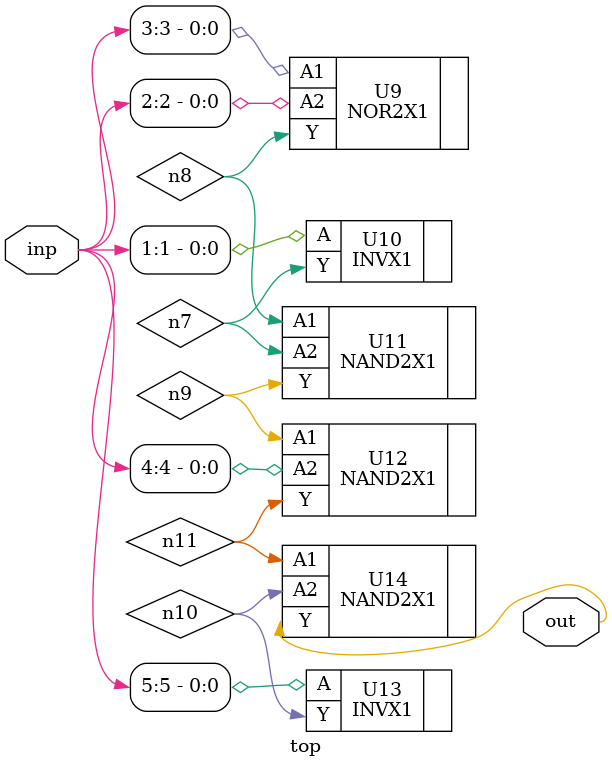
<source format=sv>


module top ( inp, out );
  input [5:0] inp;
  output out;
  wire   n7, n8, n9, n10, n11;

  NOR2X1 U9 ( .A1(inp[3]), .A2(inp[2]), .Y(n8) );
  INVX1 U10 ( .A(inp[1]), .Y(n7) );
  NAND2X1 U11 ( .A1(n8), .A2(n7), .Y(n9) );
  NAND2X1 U12 ( .A1(n9), .A2(inp[4]), .Y(n11) );
  INVX1 U13 ( .A(inp[5]), .Y(n10) );
  NAND2X1 U14 ( .A1(n11), .A2(n10), .Y(out) );
endmodule


</source>
